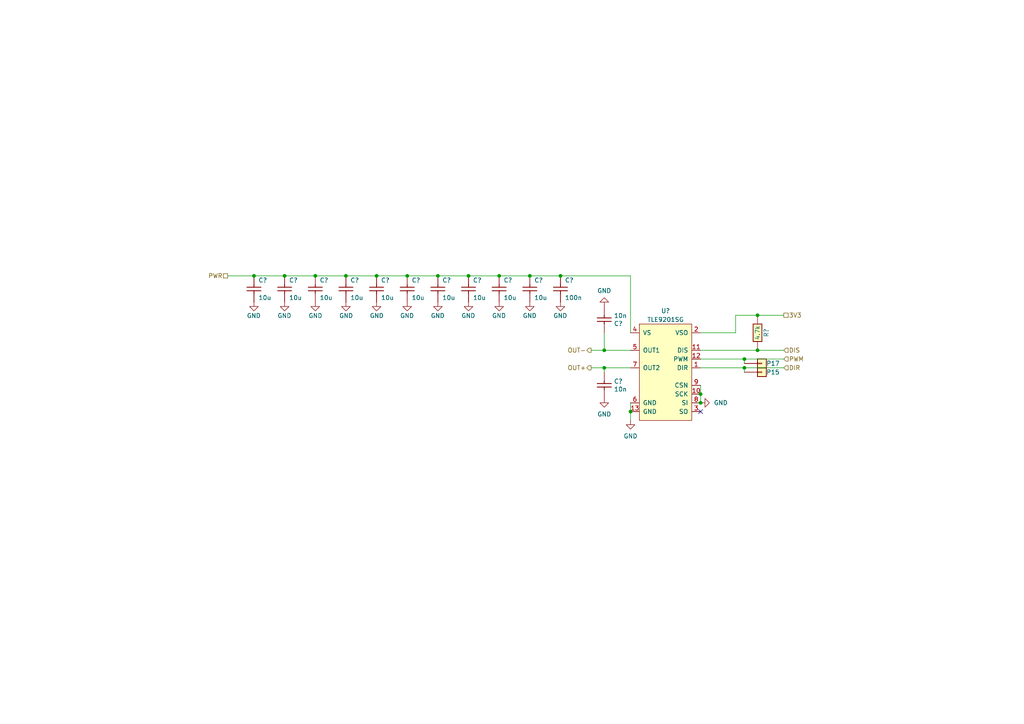
<source format=kicad_sch>
(kicad_sch (version 20230121) (generator eeschema)
  (paper "A4")
  (title_block (title "UAEFI DC motor driver") (date "2023-11-01") (rev "B") (company "rusefi.com"))
  (lib_symbols
    (symbol "chips:TLE9201SG" (pin_names (offset 1.016))
      (property "Reference" "U" (at -1.27 3.81 0))
      (property "Value" "TLE9201SG" (at 2.54 1.27 0))
      (symbol "TLE9201SG_0_1"
        (rectangle (start -2.54 0) (end 12.7 -27.94) (fill (type background)))
      )
      (symbol "TLE9201SG_1_1"
        (pin passive line (at -5.08 -12.7 0) (length 2.54) (name "DIR") (number "1"))
        (pin passive line (at -5.08 -20.32 0) (length 2.54) (name "SCK") (number "10"))
        (pin passive line (at -5.08 -7.62 0) (length 2.54) (name "DIS") (number "11"))
        (pin passive line (at -5.08 -10.16 0) (length 2.54) (name "PWM") (number "12"))
        (pin passive line (at 15.24 -25.4 180) (length 2.54) (name "GND") (number "13"))
        (pin passive line (at -5.08 -2.54 0) (length 2.54) (name "VSO") (number "2"))
        (pin passive line (at -5.08 -25.4 0) (length 2.54) (name "SO") (number "3"))
        (pin passive line (at 15.24 -2.54 180) (length 2.54) (name "VS") (number "4"))
        (pin passive line (at 15.24 -7.62 180) (length 2.54) (name "OUT1") (number "5"))
        (pin passive line (at 15.24 -22.86 180) (length 2.54) (name "GND") (number "6"))
        (pin passive line (at 15.24 -12.7 180) (length 2.54) (name "OUT2") (number "7"))
        (pin passive line (at -5.08 -22.86 0) (length 2.54) (name "SI") (number "8"))
        (pin passive line (at -5.08 -17.78 0) (length 2.54) (name "CSN") (number "9"))
      )
    )
    (symbol "hellen-one-common:Cap" (pin_numbers hide)
      (property "Reference" "C" (at -3.81 2.54 0))
      (property "Value" "Cap" (at -2.54 -1.27 0))
      (symbol "Cap_1_0"
        (polyline (pts (xy -1.27 0) (xy -0.508 0)) (stroke (width 0.254)))
        (polyline (pts (xy -0.508 -2.032) (xy -0.508 2.032)) (stroke (width 0.254)))
        (polyline (pts (xy 0.508 2.032) (xy 0.508 -2.032)) (stroke (width 0.254)))
        (polyline (pts (xy 1.27 0) (xy 0.508 0)) (stroke (width 0.254)))
        (pin passive line (at -3.81 0 0) (length 2.54) (name "") (number "1"))
        (pin passive line (at 3.81 0 180) (length 2.54) (name "") (number "2"))
      )
    )
    (symbol "hellen-one-common:Pad" (pin_numbers hide) (pin_names (offset 1.016) hide)
      (property "Reference" "P" (at 2.54 0 0))
      (symbol "Pad_1_1"
        (rectangle (start -1.27 0.127) (end 0 -0.127) (stroke (width 0.1524)))
        (rectangle (start -1.27 1.27) (end 1.27 -1.27) (stroke (width 0.254)) (fill (type background)))
        (pin passive line (at -5.08 0 0) (length 3.81) (name "Pin_1") (number "1"))
      )
    )
    (symbol "hellen-one-common:Res" (pin_numbers hide)
      (property "Reference" "R" (at 3.81 2.54 0))
      (property "Value" "Res" (at 5.08 -2.54 0))
      (symbol "Res_1_0"
        (rectangle (start 2.54 -1.27) (end 7.62 1.27) (stroke (width 0.254)) (fill (type background)))
        (pin passive line (at 0 0 0) (length 2.54) (name "") (number "1"))
        (pin passive line (at 10.16 0 180) (length 2.54) (name "") (number "2"))
      )
    )
    (symbol "power:GND" (power) (pin_names (offset 0))
      (property "Value" "GND" (at 0 -3.81 0))
      (symbol "GND_0_1"
        (polyline (pts (xy 0 0) (xy 0 -1.27) (xy 1.27 -1.27) (xy 0 -2.54) (xy -1.27 -1.27) (xy 0 -1.27)))
      )
      (symbol "GND_1_1"
        (pin power_in line (at 0 0 270) (length 0) hide (name "GND") (number "1"))
      )
    )
  )
  (junction (at 144.78 80.01))
  (junction (at 91.44 80.01))
  (junction (at 219.71 91.44))
  (junction (at 127 80.01))
  (junction (at 135.89 80.01))
  (junction (at 215.9 106.68))
  (junction (at 215.9 104.14))
  (junction (at 203.2 116.84))
  (junction (at 175.26 101.6))
  (junction (at 175.26 106.68))
  (junction (at 109.22 80.01))
  (junction (at 219.71 101.6))
  (junction (at 118.11 80.01))
  (junction (at 182.88 119.38))
  (junction (at 203.2 114.3))
  (junction (at 162.56 80.01))
  (junction (at 73.66 80.01))
  (junction (at 153.67 80.01))
  (junction (at 82.55 80.01))
  (junction (at 100.33 80.01))
  (no_connect (at 203.2 119.38))
  (wire (pts (xy 175.26 101.6) (xy 171.45 101.6)))
  (wire (pts (xy 203.2 96.52) (xy 213.36 96.52)))
  (wire (pts (xy 203.2 111.76) (xy 203.2 114.3)))
  (wire (pts (xy 203.2 106.68) (xy 215.9 106.68)))
  (wire (pts (xy 153.67 80.01) (xy 162.56 80.01)))
  (wire (pts (xy 215.9 104.14) (xy 215.9 105.41)))
  (wire (pts (xy 203.2 114.3) (xy 203.2 116.84)))
  (wire (pts (xy 203.2 101.6) (xy 219.71 101.6)))
  (wire (pts (xy 127 80.01) (xy 135.89 80.01)))
  (wire (pts (xy 203.2 104.14) (xy 215.9 104.14)))
  (wire (pts (xy 91.44 80.01) (xy 100.33 80.01)))
  (wire (pts (xy 215.9 104.14) (xy 227.33 104.14)))
  (wire (pts (xy 215.9 106.68) (xy 227.33 106.68)))
  (wire (pts (xy 175.26 106.68) (xy 182.88 106.68)))
  (wire (pts (xy 171.45 106.68) (xy 175.26 106.68)))
  (wire (pts (xy 182.88 101.6) (xy 175.26 101.6)))
  (wire (pts (xy 219.71 91.44) (xy 227.33 91.44)))
  (wire (pts (xy 144.78 80.01) (xy 153.67 80.01)))
  (wire (pts (xy 182.88 116.84) (xy 182.88 119.38)))
  (wire (pts (xy 213.36 96.52) (xy 213.36 91.44)))
  (wire (pts (xy 182.88 119.38) (xy 182.88 121.92)))
  (wire (pts (xy 82.55 80.01) (xy 91.44 80.01)))
  (wire (pts (xy 109.22 80.01) (xy 118.11 80.01)))
  (wire (pts (xy 73.66 80.01) (xy 82.55 80.01)))
  (wire (pts (xy 118.11 80.01) (xy 127 80.01)))
  (wire (pts (xy 175.26 101.6) (xy 175.26 96.52)))
  (wire (pts (xy 175.26 106.68) (xy 175.26 107.95)))
  (wire (pts (xy 135.89 80.01) (xy 144.78 80.01)))
  (wire (pts (xy 213.36 91.44) (xy 219.71 91.44)))
  (wire (pts (xy 66.04 80.01) (xy 73.66 80.01)))
  (wire (pts (xy 219.71 101.6) (xy 227.33 101.6)))
  (wire (pts (xy 162.56 80.01) (xy 182.88 80.01)))
  (wire (pts (xy 182.88 80.01) (xy 182.88 96.52)))
  (wire (pts (xy 215.9 106.68) (xy 215.9 107.95)))
  (wire (pts (xy 100.33 80.01) (xy 109.22 80.01)))
  (hierarchical_label "3V3" (shape passive) (at 227.33 91.44 0))
  (hierarchical_label "OUT-" (shape output) (at 171.45 101.6 180))
  (hierarchical_label "DIS" (shape input) (at 227.33 101.6 0))
  (hierarchical_label "DIR" (shape input) (at 227.33 106.68 0))
  (hierarchical_label "PWM" (shape input) (at 227.33 104.14 0))
  (hierarchical_label "PWR" (shape passive) (at 66.04 80.01 180))
  (hierarchical_label "OUT+" (shape output) (at 171.45 106.68 180))
  (symbol (lib_id "hellen-one-common:Cap") (at 144.78 83.82 90) (unit 1)
    (property "Reference" "C?" (at 146.05 81.28 90) (effects (justify right)))
    (property "Value" "10u" (at 146.05 86.36 90) (effects (justify right)))
    (property "Footprint" "hellen-one-common:C0805" (effects hide))
    (property "LCSC" "C15850" (effects hide))
    (instances (project "hellen-112-17" (path "" (reference "C?") (unit 1))) (project "SSRP 4EFE" (path "" (reference "C9") (unit 1)) (path "" (reference "C22") (unit 1))))
  )
  (symbol (lib_id "power:GND") (at 118.11 87.63 0) (mirror y) (unit 1)
    (property "Reference" "#PWR?" (effects hide))
    (property "Value" "GND" (at 118.0592 91.5734 0))
    (instances (project "hellen-112-17" (path "" (reference "#PWR?") (unit 1)) (path "" (reference "#PWR?") (unit 1))) (project "SSRP 4EFE" (path "" (reference "#PWR057") (unit 1)) (path "" (reference "#PWR080") (unit 1))))
  )
  (symbol (lib_id "hellen-one-common:Cap") (at 118.11 83.82 90) (unit 1)
    (property "Reference" "C?" (at 119.38 81.28 90) (effects (justify right)))
    (property "Value" "10u" (at 119.38 86.36 90) (effects (justify right)))
    (property "Footprint" "hellen-one-common:C0805" (effects hide))
    (property "LCSC" "C15850" (effects hide))
    (instances (project "hellen-112-17" (path "" (reference "C?") (unit 1))) (project "SSRP 4EFE" (path "" (reference "C6") (unit 1)) (path "" (reference "C19") (unit 1))))
  )
  (symbol (lib_id "hellen-one-common:Cap") (at 109.22 83.82 90) (unit 1)
    (property "Reference" "C?" (at 110.49 81.28 90) (effects (justify right)))
    (property "Value" "10u" (at 110.49 86.36 90) (effects (justify right)))
    (property "Footprint" "hellen-one-common:C0805" (effects hide))
    (property "LCSC" "C15850" (effects hide))
    (instances (project "hellen-112-17" (path "" (reference "C?") (unit 1))) (project "SSRP 4EFE" (path "" (reference "C5") (unit 1)) (path "" (reference "C18") (unit 1))))
  )
  (symbol (lib_id "power:GND") (at 144.78 87.63 0) (mirror y) (unit 1)
    (property "Reference" "#PWR?" (effects hide))
    (property "Value" "GND" (at 144.7292 91.5734 0))
    (instances (project "hellen-112-17" (path "" (reference "#PWR?") (unit 1)) (path "" (reference "#PWR?") (unit 1))) (project "SSRP 4EFE" (path "" (reference "#PWR060") (unit 1)) (path "" (reference "#PWR083") (unit 1))))
  )
  (symbol (lib_id "power:GND") (at 91.44 87.63 0) (unit 1)
    (property "Reference" "#PWR?" (effects hide))
    (property "Value" "GND" (at 91.4908 91.5734 0))
    (instances (project "hellen-112-17" (path "" (reference "#PWR?") (unit 1)) (path "" (reference "#PWR?") (unit 1))) (project "SSRP 4EFE" (path "" (reference "#PWR054") (unit 1)) (path "" (reference "#PWR077") (unit 1))))
  )
  (symbol (lib_id "hellen-one-common:Res") (at 219.71 101.6 90) (unit 1)
    (property "Reference" "R?" (at 222.25 96.52 0))
    (property "Value" "4.7k" (at 219.71 96.52 0))
    (property "Footprint" "hellen-one-common:R0603" (effects hide))
    (property "LCSC" "C23162" (effects hide))
    (instances (project "hellen-112-17" (path "" (reference "R?") (unit 1)) (path "" (reference "R?") (unit 1))) (project "SSRP 4EFE" (path "" (reference "R9") (unit 1)) (path "" (reference "R14") (unit 1))))
  )
  (symbol (lib_id "power:GND") (at 127 87.63 0) (mirror y) (unit 1)
    (property "Reference" "#PWR?" (effects hide))
    (property "Value" "GND" (at 126.9492 91.5734 0))
    (instances (project "hellen-112-17" (path "" (reference "#PWR?") (unit 1)) (path "" (reference "#PWR?") (unit 1))) (project "SSRP 4EFE" (path "" (reference "#PWR058") (unit 1)) (path "" (reference "#PWR081") (unit 1))))
  )
  (symbol (lib_id "hellen-one-common:Cap") (at 91.44 83.82 90) (unit 1)
    (property "Reference" "C?" (at 92.71 81.28 90) (effects (justify right)))
    (property "Value" "10u" (at 92.71 86.36 90) (effects (justify right)))
    (property "Footprint" "hellen-one-common:C0805" (effects hide))
    (property "LCSC" "C15850" (effects hide))
    (instances (project "hellen-112-17" (path "" (reference "C?") (unit 1))) (project "SSRP 4EFE" (path "" (reference "C3") (unit 1)) (path "" (reference "C16") (unit 1))))
  )
  (symbol (lib_id "power:GND") (at 203.2 116.84 90) (mirror x) (unit 1)
    (property "Reference" "#PWR?" (effects hide))
    (property "Value" "GND" (at 207.01 116.84 90) (effects (justify right)))
    (instances (project "hellen-112-17" (path "" (reference "#PWR?") (unit 1)) (path "" (reference "#PWR?") (unit 1))) (project "SSRP 4EFE" (path "" (reference "#PWR066") (unit 1)) (path "" (reference "#PWR089") (unit 1))))
  )
  (symbol (lib_id "power:GND") (at 100.33 87.63 0) (unit 1)
    (property "Reference" "#PWR?" (effects hide))
    (property "Value" "GND" (at 100.3808 91.5734 0))
    (instances (project "hellen-112-17" (path "" (reference "#PWR?") (unit 1)) (path "" (reference "#PWR?") (unit 1))) (project "SSRP 4EFE" (path "" (reference "#PWR055") (unit 1)) (path "" (reference "#PWR078") (unit 1))))
  )
  (symbol (lib_id "power:GND") (at 153.67 87.63 0) (mirror y) (unit 1)
    (property "Reference" "#PWR?" (effects hide))
    (property "Value" "GND" (at 153.6192 91.5734 0))
    (instances (project "hellen-112-17" (path "" (reference "#PWR?") (unit 1)) (path "" (reference "#PWR?") (unit 1))) (project "SSRP 4EFE" (path "" (reference "#PWR061") (unit 1)) (path "" (reference "#PWR084") (unit 1))))
  )
  (symbol (lib_id "hellen-one-common:Cap") (at 100.33 83.82 90) (unit 1)
    (property "Reference" "C?" (at 101.6 81.28 90) (effects (justify right)))
    (property "Value" "10u" (at 101.6 86.36 90) (effects (justify right)))
    (property "Footprint" "hellen-one-common:C0805" (effects hide))
    (property "LCSC" "C15850" (effects hide))
    (instances (project "hellen-112-17" (path "" (reference "C?") (unit 1))) (project "SSRP 4EFE" (path "" (reference "C4") (unit 1)) (path "" (reference "C17") (unit 1))))
  )
  (symbol (lib_id "power:GND") (at 109.22 87.63 0) (unit 1)
    (property "Reference" "#PWR?" (effects hide))
    (property "Value" "GND" (at 109.2708 91.5734 0))
    (instances (project "hellen-112-17" (path "" (reference "#PWR?") (unit 1)) (path "" (reference "#PWR?") (unit 1))) (project "SSRP 4EFE" (path "" (reference "#PWR056") (unit 1)) (path "" (reference "#PWR079") (unit 1))))
  )
  (symbol (lib_id "power:GND") (at 73.66 87.63 0) (mirror y) (unit 1)
    (property "Reference" "#PWR?" (effects hide))
    (property "Value" "GND" (at 73.6092 91.5734 0))
    (instances (project "hellen-112-17" (path "" (reference "#PWR?") (unit 1)) (path "" (reference "#PWR?") (unit 1))) (project "SSRP 4EFE" (path "" (reference "#PWR052") (unit 1)) (path "" (reference "#PWR075") (unit 1))))
  )
  (symbol (lib_id "chips:TLE9201SG") (at 198.12 93.98 0) (mirror y) (unit 1)
    (property "Reference" "U?" (at 193.04 90.17 0))
    (property "Value" "TLE9201SG" (at 193.04 92.71 0))
    (property "Footprint" "Package_SO:Infineon_PG-DSO-12-11" (effects hide))
    (property "LCSC" "C112633" (effects hide))
    (instances (project "hellen-112-17" (path "" (reference "U?") (unit 1))) (project "SSRP 4EFE" (path "" (reference "U1") (unit 1)) (path "" (reference "U2") (unit 1))))
  )
  (symbol (lib_id "hellen-one-common:Cap") (at 73.66 83.82 90) (unit 1)
    (property "Reference" "C?" (at 74.93 81.28 90) (effects (justify right)))
    (property "Value" "10u" (at 74.93 86.36 90) (effects (justify right)))
    (property "Footprint" "hellen-one-common:C0805" (effects hide))
    (property "LCSC" "C15850" (effects hide))
    (instances (project "hellen-112-17" (path "" (reference "C?") (unit 1))) (project "SSRP 4EFE" (path "" (reference "C1") (unit 1)) (path "" (reference "C14") (unit 1))))
  )
  (symbol (lib_id "hellen-one-common:Cap") (at 162.56 83.82 90) (unit 1)
    (property "Reference" "C?" (at 163.83 81.28 90) (effects (justify right)))
    (property "Value" "100n" (at 163.83 86.36 90) (effects (justify right)))
    (property "Footprint" "hellen-one-common:C0603" (effects hide))
    (property "LCSC" "C14663" (effects hide))
    (instances (project "hellen-112-17" (path "" (reference "C?") (unit 1))) (project "SSRP 4EFE" (path "" (reference "C11") (unit 1)) (path "" (reference "C24") (unit 1))))
  )
  (symbol (lib_id "hellen-one-common:Cap") (at 153.67 83.82 90) (unit 1)
    (property "Reference" "C?" (at 154.94 81.28 90) (effects (justify right)))
    (property "Value" "10u" (at 154.94 86.36 90) (effects (justify right)))
    (property "Footprint" "hellen-one-common:C0805" (effects hide))
    (property "LCSC" "C15850" (effects hide))
    (instances (project "hellen-112-17" (path "" (reference "C?") (unit 1))) (project "SSRP 4EFE" (path "" (reference "C10") (unit 1)) (path "" (reference "C23") (unit 1))))
  )
  (symbol (lib_id "power:GND") (at 175.26 115.57 0) (mirror y) (unit 1)
    (property "Reference" "#PWR?" (effects hide))
    (property "Value" "GND" (at 175.26 120.1325 0))
    (instances (project "hellen-112-17" (path "" (reference "#PWR?") (unit 1)) (path "" (reference "#PWR?") (unit 1))) (project "SSRP 4EFE" (path "" (reference "#PWR064") (unit 1)) (path "" (reference "#PWR087") (unit 1))))
  )
  (symbol (lib_id "hellen-one-common:Cap") (at 135.89 83.82 90) (unit 1)
    (property "Reference" "C?" (at 137.16 81.28 90) (effects (justify right)))
    (property "Value" "10u" (at 137.16 86.36 90) (effects (justify right)))
    (property "Footprint" "hellen-one-common:C0805" (effects hide))
    (property "LCSC" "C15850" (effects hide))
    (instances (project "hellen-112-17" (path "" (reference "C?") (unit 1))) (project "SSRP 4EFE" (path "" (reference "C8") (unit 1)) (path "" (reference "C21") (unit 1))))
  )
  (symbol (lib_id "hellen-one-common:Pad") (at 220.98 107.95 0) (unit 1)
    (property "Reference" "P15" (at 222.25 107.95 0) (effects (justify left)))
    (property "Value" "Pad" (effects hide))
    (property "Footprint" "hellen-one-common:PAD-TH" (effects hide))
    (instances (project "SSRP 4EFE" (path "" (reference "P15") (unit 1)) (path "" (reference "P16") (unit 1))))
  )
  (symbol (lib_id "hellen-one-common:Cap") (at 127 83.82 90) (unit 1)
    (property "Reference" "C?" (at 128.27 81.28 90) (effects (justify right)))
    (property "Value" "10u" (at 128.27 86.36 90) (effects (justify right)))
    (property "Footprint" "hellen-one-common:C0805" (effects hide))
    (property "LCSC" "C15850" (effects hide))
    (instances (project "hellen-112-17" (path "" (reference "C?") (unit 1))) (project "SSRP 4EFE" (path "" (reference "C7") (unit 1)) (path "" (reference "C20") (unit 1))))
  )
  (symbol (lib_id "power:GND") (at 175.26 88.9 180) (unit 1)
    (property "Reference" "#PWR?" (effects hide))
    (property "Value" "GND" (at 175.26 84.3375 0))
    (instances (project "hellen-112-17" (path "" (reference "#PWR?") (unit 1)) (path "" (reference "#PWR?") (unit 1))) (project "SSRP 4EFE" (path "" (reference "#PWR063") (unit 1)) (path "" (reference "#PWR086") (unit 1))))
  )
  (symbol (lib_id "power:GND") (at 182.88 121.92 0) (mirror y) (unit 1)
    (property "Reference" "#PWR?" (effects hide))
    (property "Value" "GND" (at 182.88 126.4825 0))
    (instances (project "hellen-112-17" (path "" (reference "#PWR?") (unit 1)) (path "" (reference "#PWR?") (unit 1))) (project "SSRP 4EFE" (path "" (reference "#PWR065") (unit 1)) (path "" (reference "#PWR088") (unit 1))))
  )
  (symbol (lib_id "power:GND") (at 162.56 87.63 0) (mirror y) (unit 1)
    (property "Reference" "#PWR?" (effects hide))
    (property "Value" "GND" (at 162.5092 91.5734 0))
    (instances (project "hellen-112-17" (path "" (reference "#PWR?") (unit 1)) (path "" (reference "#PWR?") (unit 1))) (project "SSRP 4EFE" (path "" (reference "#PWR062") (unit 1)) (path "" (reference "#PWR085") (unit 1))))
  )
  (symbol (lib_id "hellen-one-common:Cap") (at 82.55 83.82 90) (unit 1)
    (property "Reference" "C?" (at 83.82 81.28 90) (effects (justify right)))
    (property "Value" "10u" (at 83.82 86.36 90) (effects (justify right)))
    (property "Footprint" "hellen-one-common:C0805" (effects hide))
    (property "LCSC" "C15850" (effects hide))
    (instances (project "hellen-112-17" (path "" (reference "C?") (unit 1))) (project "SSRP 4EFE" (path "" (reference "C2") (unit 1)) (path "" (reference "C15") (unit 1))))
  )
  (symbol (lib_id "power:GND") (at 82.55 87.63 0) (mirror y) (unit 1)
    (property "Reference" "#PWR?" (effects hide))
    (property "Value" "GND" (at 82.4992 91.5734 0))
    (instances (project "hellen-112-17" (path "" (reference "#PWR?") (unit 1)) (path "" (reference "#PWR?") (unit 1))) (project "SSRP 4EFE" (path "" (reference "#PWR053") (unit 1)) (path "" (reference "#PWR076") (unit 1))))
  )
  (symbol (lib_id "hellen-one-common:Cap") (at 175.26 92.71 90) (mirror x) (unit 1)
    (property "Reference" "C?" (at 178.0541 93.8594 90) (effects (justify right)))
    (property "Value" "10n" (at 178.0541 91.5607 90) (effects (justify right)))
    (property "Footprint" "hellen-one-common:C0603" (effects hide))
    (property "LCSC" "C57112" (effects hide))
    (instances (project "hellen-112-17" (path "" (reference "C?") (unit 1)) (path "" (reference "C?") (unit 1))) (project "SSRP 4EFE" (path "" (reference "C12") (unit 1)) (path "" (reference "C25") (unit 1))))
  )
  (symbol (lib_id "hellen-one-common:Cap") (at 175.26 111.76 90) (unit 1)
    (property "Reference" "C?" (at 178.0541 110.6106 90) (effects (justify right)))
    (property "Value" "10n" (at 178.0541 112.9093 90) (effects (justify right)))
    (property "Footprint" "hellen-one-common:C0603" (effects hide))
    (property "LCSC" "C57112" (effects hide))
    (instances (project "hellen-112-17" (path "" (reference "C?") (unit 1)) (path "" (reference "C?") (unit 1))) (project "SSRP 4EFE" (path "" (reference "C13") (unit 1)) (path "" (reference "C26") (unit 1))))
  )
  (symbol (lib_id "hellen-one-common:Pad") (at 220.98 105.41 0) (unit 1)
    (property "Reference" "P17" (at 222.25 105.41 0) (effects (justify left)))
    (property "Value" "Pad" (effects hide))
    (property "Footprint" "hellen-one-common:PAD-TH" (effects hide))
    (instances (project "SSRP 4EFE" (path "" (reference "P17") (unit 1)) (path "" (reference "P18") (unit 1))))
  )
  (symbol (lib_id "power:GND") (at 135.89 87.63 0) (mirror y) (unit 1)
    (property "Reference" "#PWR?" (effects hide))
    (property "Value" "GND" (at 135.8392 91.5734 0))
    (instances (project "hellen-112-17" (path "" (reference "#PWR?") (unit 1)) (path "" (reference "#PWR?") (unit 1))) (project "SSRP 4EFE" (path "" (reference "#PWR059") (unit 1)) (path "" (reference "#PWR082") (unit 1))))
  )
)
</source>
